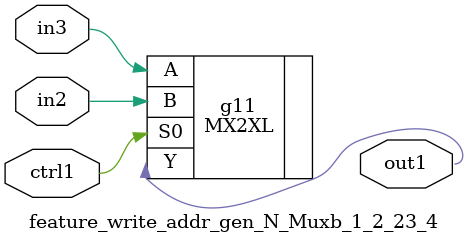
<source format=v>
`timescale 1ps / 1ps


module feature_write_addr_gen_N_Muxb_1_2_23_4(in3, in2, ctrl1, out1);
  input in3, in2, ctrl1;
  output out1;
  wire in3, in2, ctrl1;
  wire out1;
  MX2XL g11(.A (in3), .B (in2), .S0 (ctrl1), .Y (out1));
endmodule



</source>
